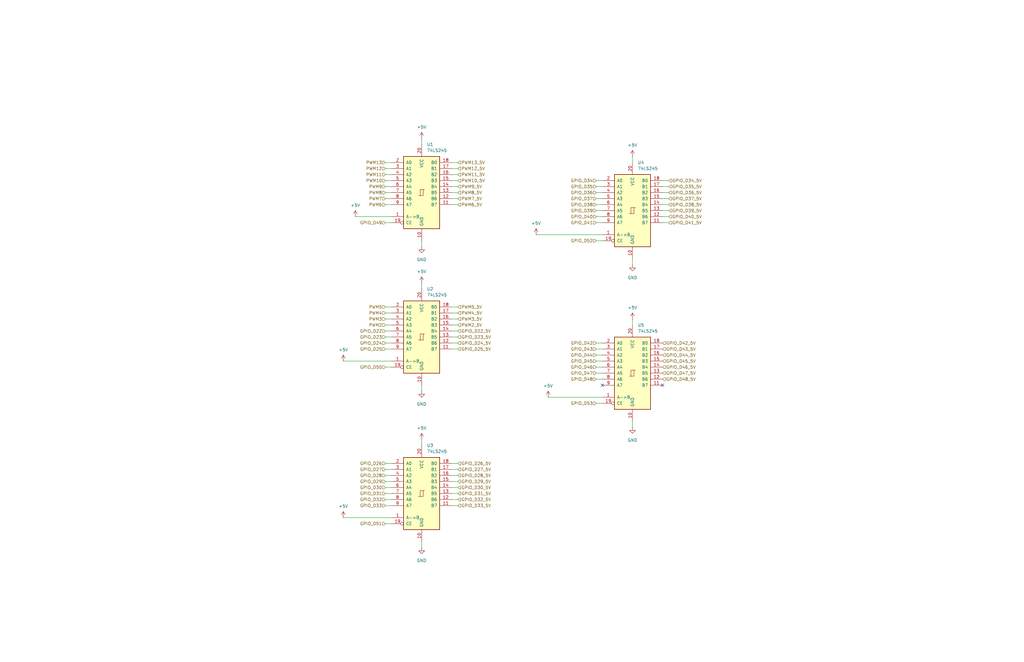
<source format=kicad_sch>
(kicad_sch (version 20231120) (generator "eeschema") (generator_version "8.0")
  (paper "B")
  (title_block (title "BATER-IA") (date "2024-11-03") (rev "001") (company "CETI") (comment 1 "Proyecto de titulacion") (comment 2 "Diseño Electronico y Sistemas Inteligentes"))
  (lib_symbols
    (symbol "74xx:74LS245" (pin_names (offset 1.016))
      (property "Reference" "U" (at -7.62 16.51 0))
      (property "Value" "74LS245" (at -7.62 -16.51 0))
      (symbol "74LS245_1_0"
        (polyline (pts (xy -0.635 -1.27) (xy -0.635 1.27) (xy 0.635 1.27)))
        (polyline (pts (xy -1.27 -1.27) (xy 0.635 -1.27) (xy 0.635 1.27) (xy 1.27 1.27)))
        (pin input line (at -12.7 -10.16 0) (length 5.08) (name "A->B") (number "1"))
        (pin power_in line (at 0 -20.32 90) (length 5.08) (name "GND") (number "10"))
        (pin tri_state line (at 12.7 -5.08 180) (length 5.08) (name "B7") (number "11"))
        (pin tri_state line (at 12.7 -2.54 180) (length 5.08) (name "B6") (number "12"))
        (pin tri_state line (at 12.7 0 180) (length 5.08) (name "B5") (number "13"))
        (pin tri_state line (at 12.7 2.54 180) (length 5.08) (name "B4") (number "14"))
        (pin tri_state line (at 12.7 5.08 180) (length 5.08) (name "B3") (number "15"))
        (pin tri_state line (at 12.7 7.62 180) (length 5.08) (name "B2") (number "16"))
        (pin tri_state line (at 12.7 10.16 180) (length 5.08) (name "B1") (number "17"))
        (pin tri_state line (at 12.7 12.7 180) (length 5.08) (name "B0") (number "18"))
        (pin input inverted (at -12.7 -12.7 0) (length 5.08) (name "CE") (number "19"))
        (pin tri_state line (at -12.7 12.7 0) (length 5.08) (name "A0") (number "2"))
        (pin power_in line (at 0 20.32 270) (length 5.08) (name "VCC") (number "20"))
        (pin tri_state line (at -12.7 10.16 0) (length 5.08) (name "A1") (number "3"))
        (pin tri_state line (at -12.7 7.62 0) (length 5.08) (name "A2") (number "4"))
        (pin tri_state line (at -12.7 5.08 0) (length 5.08) (name "A3") (number "5"))
        (pin tri_state line (at -12.7 2.54 0) (length 5.08) (name "A4") (number "6"))
        (pin tri_state line (at -12.7 0 0) (length 5.08) (name "A5") (number "7"))
        (pin tri_state line (at -12.7 -2.54 0) (length 5.08) (name "A6") (number "8"))
        (pin tri_state line (at -12.7 -5.08 0) (length 5.08) (name "A7") (number "9"))
      )
      (symbol "74LS245_1_1"
        (rectangle (start -7.62 15.24) (end 7.62 -15.24) (stroke (width 0.254)) (fill (type background)))
      )
    )
    (symbol "power:+5V" (power) (pin_numbers hide) (pin_names (offset 0) hide)
      (property "Value" "+5V" (at 0 3.556 0))
      (symbol "+5V_0_1"
        (polyline (pts (xy -0.762 1.27) (xy 0 2.54)))
        (polyline (pts (xy 0 0) (xy 0 2.54)))
        (polyline (pts (xy 0 2.54) (xy 0.762 1.27)))
      )
      (symbol "+5V_1_1"
        (pin power_in line (at 0 0 90) (length 0) (name "~") (number "1"))
      )
    )
    (symbol "power:GND" (power) (pin_numbers hide) (pin_names (offset 0) hide)
      (property "Value" "GND" (at 0 -3.81 0))
      (symbol "GND_0_1"
        (polyline (pts (xy 0 0) (xy 0 -1.27) (xy 1.27 -1.27) (xy 0 -2.54) (xy -1.27 -1.27) (xy 0 -1.27)))
      )
      (symbol "GND_1_1"
        (pin power_in line (at 0 0 270) (length 0) (name "~") (number "1"))
      )
    )
  )
  (no_connect (at 254 162.56))
  (no_connect (at 279.4 162.56))
  (wire (pts (xy 162.56 132.08) (xy 165.1 132.08)))
  (wire (pts (xy 193.04 129.54) (xy 190.5 129.54)))
  (wire (pts (xy 251.46 170.18) (xy 254 170.18)))
  (wire (pts (xy 193.04 142.24) (xy 190.5 142.24)))
  (wire (pts (xy 281.94 78.74) (xy 279.4 78.74)))
  (wire (pts (xy 193.04 205.74) (xy 190.5 205.74)))
  (wire (pts (xy 281.94 88.9) (xy 279.4 88.9)))
  (wire (pts (xy 193.04 139.7) (xy 190.5 139.7)))
  (wire (pts (xy 162.56 213.36) (xy 165.1 213.36)))
  (wire (pts (xy 162.56 220.98) (xy 165.1 220.98)))
  (wire (pts (xy 266.7 68.58) (xy 266.7 66.04)))
  (wire (pts (xy 162.56 144.78) (xy 165.1 144.78)))
  (wire (pts (xy 193.04 86.36) (xy 190.5 86.36)))
  (wire (pts (xy 162.56 147.32) (xy 165.1 147.32)))
  (wire (pts (xy 162.56 154.94) (xy 165.1 154.94)))
  (wire (pts (xy 281.94 93.98) (xy 279.4 93.98)))
  (wire (pts (xy 162.56 208.28) (xy 165.1 208.28)))
  (wire (pts (xy 162.56 129.54) (xy 165.1 129.54)))
  (wire (pts (xy 251.46 81.28) (xy 254 81.28)))
  (wire (pts (xy 144.78 218.44) (xy 165.1 218.44)))
  (wire (pts (xy 162.56 142.24) (xy 165.1 142.24)))
  (wire (pts (xy 162.56 210.82) (xy 165.1 210.82)))
  (wire (pts (xy 193.04 198.12) (xy 190.5 198.12)))
  (wire (pts (xy 193.04 208.28) (xy 190.5 208.28)))
  (wire (pts (xy 162.56 93.98) (xy 165.1 93.98)))
  (wire (pts (xy 193.04 195.58) (xy 190.5 195.58)))
  (wire (pts (xy 281.94 86.36) (xy 279.4 86.36)))
  (wire (pts (xy 251.46 149.86) (xy 254 149.86)))
  (wire (pts (xy 162.56 86.36) (xy 165.1 86.36)))
  (wire (pts (xy 162.56 195.58) (xy 165.1 195.58)))
  (wire (pts (xy 266.7 177.8) (xy 266.7 180.34)))
  (wire (pts (xy 266.7 137.16) (xy 266.7 134.62)))
  (wire (pts (xy 193.04 210.82) (xy 190.5 210.82)))
  (wire (pts (xy 251.46 101.6) (xy 254 101.6)))
  (wire (pts (xy 251.46 86.36) (xy 254 86.36)))
  (wire (pts (xy 281.94 81.28) (xy 279.4 81.28)))
  (wire (pts (xy 162.56 68.58) (xy 165.1 68.58)))
  (wire (pts (xy 251.46 76.2) (xy 254 76.2)))
  (wire (pts (xy 177.8 228.6) (xy 177.8 231.14)))
  (wire (pts (xy 149.86 91.44) (xy 165.1 91.44)))
  (wire (pts (xy 193.04 71.12) (xy 190.5 71.12)))
  (wire (pts (xy 162.56 71.12) (xy 165.1 71.12)))
  (wire (pts (xy 193.04 76.2) (xy 190.5 76.2)))
  (wire (pts (xy 193.04 81.28) (xy 190.5 81.28)))
  (wire (pts (xy 177.8 162.56) (xy 177.8 165.1)))
  (wire (pts (xy 177.8 185.42) (xy 177.8 187.96)))
  (wire (pts (xy 251.46 78.74) (xy 254 78.74)))
  (wire (pts (xy 162.56 205.74) (xy 165.1 205.74)))
  (wire (pts (xy 193.04 137.16) (xy 190.5 137.16)))
  (wire (pts (xy 226.06 99.06) (xy 254 99.06)))
  (wire (pts (xy 177.8 119.38) (xy 177.8 121.92)))
  (wire (pts (xy 193.04 144.78) (xy 190.5 144.78)))
  (wire (pts (xy 162.56 73.66) (xy 165.1 73.66)))
  (wire (pts (xy 251.46 147.32) (xy 254 147.32)))
  (wire (pts (xy 162.56 134.62) (xy 165.1 134.62)))
  (wire (pts (xy 281.94 83.82) (xy 279.4 83.82)))
  (wire (pts (xy 251.46 160.02) (xy 254 160.02)))
  (wire (pts (xy 162.56 139.7) (xy 165.1 139.7)))
  (wire (pts (xy 177.8 60.96) (xy 177.8 58.42)))
  (wire (pts (xy 193.04 78.74) (xy 190.5 78.74)))
  (wire (pts (xy 162.56 203.2) (xy 165.1 203.2)))
  (wire (pts (xy 177.8 101.6) (xy 177.8 104.14)))
  (wire (pts (xy 193.04 68.58) (xy 190.5 68.58)))
  (wire (pts (xy 251.46 93.98) (xy 254 93.98)))
  (wire (pts (xy 251.46 91.44) (xy 254 91.44)))
  (wire (pts (xy 251.46 154.94) (xy 254 154.94)))
  (wire (pts (xy 193.04 83.82) (xy 190.5 83.82)))
  (wire (pts (xy 281.94 91.44) (xy 279.4 91.44)))
  (wire (pts (xy 193.04 200.66) (xy 190.5 200.66)))
  (wire (pts (xy 162.56 83.82) (xy 165.1 83.82)))
  (wire (pts (xy 251.46 152.4) (xy 254 152.4)))
  (wire (pts (xy 251.46 83.82) (xy 254 83.82)))
  (wire (pts (xy 162.56 137.16) (xy 165.1 137.16)))
  (wire (pts (xy 251.46 88.9) (xy 254 88.9)))
  (wire (pts (xy 162.56 76.2) (xy 165.1 76.2)))
  (wire (pts (xy 162.56 198.12) (xy 165.1 198.12)))
  (wire (pts (xy 231.14 167.64) (xy 254 167.64)))
  (wire (pts (xy 193.04 147.32) (xy 190.5 147.32)))
  (wire (pts (xy 251.46 157.48) (xy 254 157.48)))
  (wire (pts (xy 144.78 152.4) (xy 165.1 152.4)))
  (wire (pts (xy 251.46 144.78) (xy 254 144.78)))
  (wire (pts (xy 193.04 132.08) (xy 190.5 132.08)))
  (wire (pts (xy 193.04 134.62) (xy 190.5 134.62)))
  (wire (pts (xy 266.7 109.22) (xy 266.7 111.76)))
  (wire (pts (xy 281.94 76.2) (xy 279.4 76.2)))
  (wire (pts (xy 162.56 200.66) (xy 165.1 200.66)))
  (wire (pts (xy 162.56 78.74) (xy 165.1 78.74)))
  (wire (pts (xy 193.04 73.66) (xy 190.5 73.66)))
  (wire (pts (xy 193.04 203.2) (xy 190.5 203.2)))
  (wire (pts (xy 193.04 213.36) (xy 190.5 213.36)))
  (wire (pts (xy 162.56 81.28) (xy 165.1 81.28)))
  (hierarchical_label "PWM3_5V" (shape input) (at 193.04 134.62 0))
  (hierarchical_label "GPIO_D52" (shape input) (at 251.46 101.6 180))
  (hierarchical_label "GPIO_D41_5V" (shape input) (at 281.94 93.98 0))
  (hierarchical_label "PWM2_5V" (shape input) (at 193.04 137.16 0))
  (hierarchical_label "PWM9" (shape input) (at 162.56 78.74 180))
  (hierarchical_label "GPIO_D29" (shape input) (at 162.56 203.2 180))
  (hierarchical_label "PWM6" (shape input) (at 162.56 86.36 180))
  (hierarchical_label "GPIO_D31_5V" (shape input) (at 193.04 208.28 0))
  (hierarchical_label "GPIO_D23" (shape input) (at 162.56 142.24 180))
  (hierarchical_label "GPIO_D25" (shape input) (at 162.56 147.32 180))
  (hierarchical_label "GPIO_D35" (shape input) (at 251.46 78.74 180))
  (hierarchical_label "GPIO_D45" (shape input) (at 251.46 152.4 180))
  (hierarchical_label "PWM7_5V" (shape input) (at 193.04 83.82 0))
  (hierarchical_label "PWM8" (shape input) (at 162.56 81.28 180))
  (hierarchical_label "PWM4" (shape input) (at 162.56 132.08 180))
  (hierarchical_label "GPIO_D48_5V" (shape input) (at 279.4 160.02 0))
  (hierarchical_label "GPIO_D50" (shape input) (at 162.56 154.94 180))
  (hierarchical_label "GPIO_D38_5V" (shape input) (at 281.94 86.36 0))
  (hierarchical_label "PWM13_5V" (shape input) (at 193.04 68.58 0))
  (hierarchical_label "GPIO_D30" (shape input) (at 162.56 205.74 180))
  (hierarchical_label "PWM10_5V" (shape input) (at 193.04 76.2 0))
  (hierarchical_label "GPIO_D47" (shape input) (at 251.46 157.48 180))
  (hierarchical_label "PWM5" (shape input) (at 162.56 129.54 180))
  (hierarchical_label "GPIO_D33_5V" (shape input) (at 193.04 213.36 0))
  (hierarchical_label "GPIO_D39" (shape input) (at 251.46 88.9 180))
  (hierarchical_label "GPIO_D37_5V" (shape input) (at 281.94 83.82 0))
  (hierarchical_label "GPIO_D34_5V" (shape input) (at 281.94 76.2 0))
  (hierarchical_label "GPIO_D27_5V" (shape input) (at 193.04 198.12 0))
  (hierarchical_label "PWM2" (shape input) (at 162.56 137.16 180))
  (hierarchical_label "GPIO_D32_5V" (shape input) (at 193.04 210.82 0))
  (hierarchical_label "GPIO_D44_5V" (shape input) (at 279.4 149.86 0))
  (hierarchical_label "PWM11_5V" (shape input) (at 193.04 73.66 0))
  (hierarchical_label "GPIO_D28" (shape input) (at 162.56 200.66 180))
  (hierarchical_label "GPIO_D32" (shape input) (at 162.56 210.82 180))
  (hierarchical_label "GPIO_D43_5V" (shape input) (at 279.4 147.32 0))
  (hierarchical_label "GPIO_D26_5V" (shape input) (at 193.04 195.58 0))
  (hierarchical_label "PWM12" (shape input) (at 162.56 71.12 180))
  (hierarchical_label "GPIO_D42" (shape input) (at 251.46 144.78 180))
  (hierarchical_label "PWM7" (shape input) (at 162.56 83.82 180))
  (hierarchical_label "GPIO_D42_5V" (shape input) (at 279.4 144.78 0))
  (hierarchical_label "GPIO_D39_5V" (shape input) (at 281.94 88.9 0))
  (hierarchical_label "GPIO_D46" (shape input) (at 251.46 154.94 180))
  (hierarchical_label "GPIO_D48" (shape input) (at 251.46 160.02 180))
  (hierarchical_label "PWM4_5V" (shape input) (at 193.04 132.08 0))
  (hierarchical_label "PWM3" (shape input) (at 162.56 134.62 180))
  (hierarchical_label "GPIO_D27" (shape input) (at 162.56 198.12 180))
  (hierarchical_label "GPIO_D26" (shape input) (at 162.56 195.58 180))
  (hierarchical_label "GPIO_D28_5V" (shape input) (at 193.04 200.66 0))
  (hierarchical_label "GPIO_D53" (shape input) (at 251.46 170.18 180))
  (hierarchical_label "GPIO_D24_5V" (shape input) (at 193.04 144.78 0))
  (hierarchical_label "GPIO_D45_5V" (shape input) (at 279.4 152.4 0))
  (hierarchical_label "GPIO_D22_5V" (shape input) (at 193.04 139.7 0))
  (hierarchical_label "GPIO_D40" (shape input) (at 251.46 91.44 180))
  (hierarchical_label "GPIO_D47_5V" (shape input) (at 279.4 157.48 0))
  (hierarchical_label "GPIO_D51" (shape input) (at 162.56 220.98 180))
  (hierarchical_label "GPIO_D49" (shape input) (at 162.56 93.98 180))
  (hierarchical_label "GPIO_D25_5V" (shape input) (at 193.04 147.32 0))
  (hierarchical_label "GPIO_D46_5V" (shape input) (at 279.4 154.94 0))
  (hierarchical_label "GPIO_D44" (shape input) (at 251.46 149.86 180))
  (hierarchical_label "GPIO_D29_5V" (shape input) (at 193.04 203.2 0))
  (hierarchical_label "PWM5_5V" (shape input) (at 193.04 129.54 0))
  (hierarchical_label "PWM8_5V" (shape input) (at 193.04 81.28 0))
  (hierarchical_label "GPIO_D23_5V" (shape input) (at 193.04 142.24 0))
  (hierarchical_label "PWM11" (shape input) (at 162.56 73.66 180))
  (hierarchical_label "GPIO_D43" (shape input) (at 251.46 147.32 180))
  (hierarchical_label "GPIO_D24" (shape input) (at 162.56 144.78 180))
  (hierarchical_label "GPIO_D40_5V" (shape input) (at 281.94 91.44 0))
  (hierarchical_label "PWM9_5V" (shape input) (at 193.04 78.74 0))
  (hierarchical_label "PWM6_5V" (shape input) (at 193.04 86.36 0))
  (hierarchical_label "GPIO_D33" (shape input) (at 162.56 213.36 180))
  (hierarchical_label "PWM13" (shape input) (at 162.56 68.58 180))
  (hierarchical_label "GPIO_D31" (shape input) (at 162.56 208.28 180))
  (hierarchical_label "GPIO_D37" (shape input) (at 251.46 83.82 180))
  (hierarchical_label "GPIO_D38" (shape input) (at 251.46 86.36 180))
  (hierarchical_label "GPIO_D22" (shape input) (at 162.56 139.7 180))
  (hierarchical_label "GPIO_D30_5V" (shape input) (at 193.04 205.74 0))
  (hierarchical_label "PWM12_5V" (shape input) (at 193.04 71.12 0))
  (hierarchical_label "GPIO_D36_5V" (shape input) (at 281.94 81.28 0))
  (hierarchical_label "PWM10" (shape input) (at 162.56 76.2 180))
  (hierarchical_label "GPIO_D34" (shape input) (at 251.46 76.2 180))
  (hierarchical_label "GPIO_D35_5V" (shape input) (at 281.94 78.74 0))
  (hierarchical_label "GPIO_D36" (shape input) (at 251.46 81.28 180))
  (hierarchical_label "GPIO_D41" (shape input) (at 251.46 93.98 180))
  (symbol (lib_id "74xx:74LS245") (at 177.8 142.24 0) (unit 1)
    (property "Reference" "U2" (at 179.9941 121.92 0) (effects (justify left)))
    (property "Value" "74LS245" (at 179.9941 124.46 0) (effects (justify left)))
    (property "Footprint" "Package_DIP:DIP-20_W7.62mm_LongPads" (effects (hide yes)))
    (property "Datasheet" "http://www.ti.com/lit/gpn/sn74LS245" (effects (hide yes)))
    (property "Description" "Octal BUS Transceivers, 3-State outputs" (effects (hide yes)))
  )
  (symbol (lib_id "power:+5V") (at 177.8 119.38 0) (unit 1)
    (property "Reference" "#PWR062" (effects (hide yes)))
    (property "Value" "+5V" (at 177.8 114.56 0))
    (property "Description" "Power symbol creates a global label with name \"+5V\"" (effects (hide yes)))
  )
  (symbol (lib_id "power:+5V") (at 144.78 218.44 0) (unit 1)
    (property "Reference" "#PWR058" (effects (hide yes)))
    (property "Value" "+5V" (at 144.78 213.62 0))
    (property "Description" "Power symbol creates a global label with name \"+5V\"" (effects (hide yes)))
  )
  (symbol (lib_id "power:+5V") (at 266.7 134.62 0) (unit 1)
    (property "Reference" "#PWR070" (effects (hide yes)))
    (property "Value" "+5V" (at 266.7 129.8 0))
    (property "Description" "Power symbol creates a global label with name \"+5V\"" (effects (hide yes)))
  )
  (symbol (lib_id "power:GND") (at 177.8 165.1 0) (unit 1)
    (property "Reference" "#PWR063" (effects (hide yes)))
    (property "Value" "GND" (at 177.8 170.51 0))
    (property "Description" "Power symbol creates a global label with name \"GND\" , ground" (effects (hide yes)))
  )
  (symbol (lib_id "74xx:74LS245") (at 177.8 208.28 0) (unit 1)
    (property "Reference" "U3" (at 179.9941 187.96 0) (effects (justify left)))
    (property "Value" "74LS245" (at 179.9941 190.5 0) (effects (justify left)))
    (property "Footprint" "Package_DIP:DIP-20_W7.62mm_LongPads" (effects (hide yes)))
    (property "Datasheet" "http://www.ti.com/lit/gpn/sn74LS245" (effects (hide yes)))
    (property "Description" "Octal BUS Transceivers, 3-State outputs" (effects (hide yes)))
  )
  (symbol (lib_id "power:GND") (at 177.8 231.14 0) (unit 1)
    (property "Reference" "#PWR065" (effects (hide yes)))
    (property "Value" "GND" (at 177.8 236.55 0))
    (property "Description" "Power symbol creates a global label with name \"GND\" , ground" (effects (hide yes)))
  )
  (symbol (lib_id "74xx:74LS245") (at 177.8 81.28 0) (unit 1)
    (property "Reference" "U1" (at 179.9941 60.96 0) (effects (justify left)))
    (property "Value" "74LS245" (at 179.9941 63.5 0) (effects (justify left)))
    (property "Footprint" "Package_DIP:DIP-20_W7.62mm_LongPads" (effects (hide yes)))
    (property "Datasheet" "http://www.ti.com/lit/gpn/sn74LS245" (effects (hide yes)))
    (property "Description" "Octal BUS Transceivers, 3-State outputs" (effects (hide yes)))
  )
  (symbol (lib_id "power:+5V") (at 231.14 167.64 0) (unit 1)
    (property "Reference" "#PWR067" (effects (hide yes)))
    (property "Value" "+5V" (at 231.14 162.82 0))
    (property "Description" "Power symbol creates a global label with name \"+5V\"" (effects (hide yes)))
  )
  (symbol (lib_id "power:+5V") (at 226.06 99.06 0) (unit 1)
    (property "Reference" "#PWR066" (effects (hide yes)))
    (property "Value" "+5V" (at 226.06 94.24 0))
    (property "Description" "Power symbol creates a global label with name \"+5V\"" (effects (hide yes)))
  )
  (symbol (lib_id "74xx:74LS245") (at 266.7 157.48 0) (unit 1)
    (property "Reference" "U5" (at 268.8941 137.16 0) (effects (justify left)))
    (property "Value" "74LS245" (at 268.8941 139.7 0) (effects (justify left)))
    (property "Footprint" "Package_DIP:DIP-20_W7.62mm_LongPads" (effects (hide yes)))
    (property "Datasheet" "http://www.ti.com/lit/gpn/sn74LS245" (effects (hide yes)))
    (property "Description" "Octal BUS Transceivers, 3-State outputs" (effects (hide yes)))
  )
  (symbol (lib_id "74xx:74LS245") (at 266.7 88.9 0) (unit 1)
    (property "Reference" "U4" (at 268.8941 68.58 0) (effects (justify left)))
    (property "Value" "74LS245" (at 268.8941 71.12 0) (effects (justify left)))
    (property "Footprint" "Package_DIP:DIP-20_W7.62mm_LongPads" (effects (hide yes)))
    (property "Datasheet" "http://www.ti.com/lit/gpn/sn74LS245" (effects (hide yes)))
    (property "Description" "Octal BUS Transceivers, 3-State outputs" (effects (hide yes)))
  )
  (symbol (lib_id "power:+5V") (at 266.7 66.04 0) (unit 1)
    (property "Reference" "#PWR068" (effects (hide yes)))
    (property "Value" "+5V" (at 266.7 61.22 0))
    (property "Description" "Power symbol creates a global label with name \"+5V\"" (effects (hide yes)))
  )
  (symbol (lib_id "power:GND") (at 266.7 180.34 0) (unit 1)
    (property "Reference" "#PWR071" (effects (hide yes)))
    (property "Value" "GND" (at 266.7 185.75 0))
    (property "Description" "Power symbol creates a global label with name \"GND\" , ground" (effects (hide yes)))
  )
  (symbol (lib_id "power:+5V") (at 149.86 91.44 0) (unit 1)
    (property "Reference" "#PWR059" (effects (hide yes)))
    (property "Value" "+5V" (at 149.86 86.62 0))
    (property "Description" "Power symbol creates a global label with name \"+5V\"" (effects (hide yes)))
  )
  (symbol (lib_id "power:GND") (at 177.8 104.14 0) (unit 1)
    (property "Reference" "#PWR061" (effects (hide yes)))
    (property "Value" "GND" (at 177.8 109.55 0))
    (property "Description" "Power symbol creates a global label with name \"GND\" , ground" (effects (hide yes)))
  )
  (symbol (lib_id "power:+5V") (at 177.8 58.42 0) (unit 1)
    (property "Reference" "#PWR060" (effects (hide yes)))
    (property "Value" "+5V" (at 177.8 53.6 0))
    (property "Description" "Power symbol creates a global label with name \"+5V\"" (effects (hide yes)))
  )
  (symbol (lib_id "power:+5V") (at 144.78 152.4 0) (unit 1)
    (property "Reference" "#PWR057" (effects (hide yes)))
    (property "Value" "+5V" (at 144.78 147.58 0))
    (property "Description" "Power symbol creates a global label with name \"+5V\"" (effects (hide yes)))
  )
  (symbol (lib_id "power:+5V") (at 177.8 185.42 0) (unit 1)
    (property "Reference" "#PWR064" (effects (hide yes)))
    (property "Value" "+5V" (at 177.8 180.6 0))
    (property "Description" "Power symbol creates a global label with name \"+5V\"" (effects (hide yes)))
  )
  (symbol (lib_id "power:GND") (at 266.7 111.76 0) (unit 1)
    (property "Reference" "#PWR069" (effects (hide yes)))
    (property "Value" "GND" (at 266.7 117.17 0))
    (property "Description" "Power symbol creates a global label with name \"GND\" , ground" (effects (hide yes)))
  )
)
</source>
